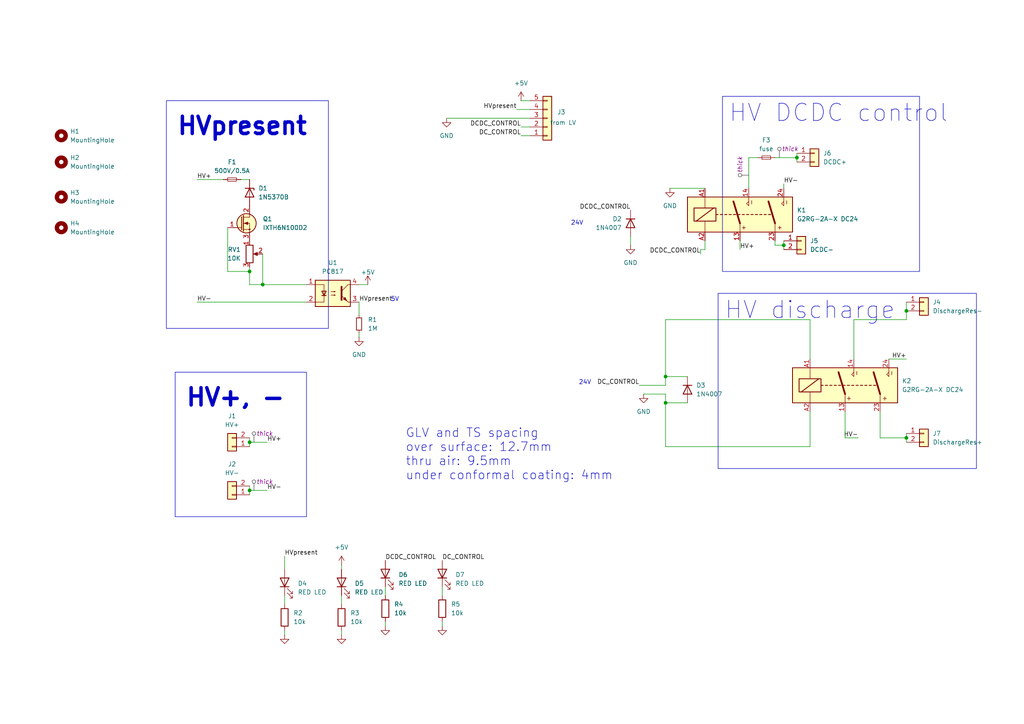
<source format=kicad_sch>
(kicad_sch (version 20231120) (generator "eeschema") (generator_version "8.0")
  (paper "A4")
  (title_block (title "HVB_HVLV_1") (date "2025-03-11") (rev "2.1") (company "NTURacing") (comment 1 "郭哲明 Jack Kuo") (comment 2 "Powertrain") (comment 3 "connecting TS and GLV in HV box"))
  (lib_symbols
    (symbol "Connector_Generic:Conn_01x02" (pin_names (offset 1.016) hide)
      (property "Reference" "J" (at 0 2.54 0))
      (property "Value" "Conn_01x02" (at 0 -5.08 0))
      (symbol "Conn_01x02_1_1"
        (rectangle (start -1.27 -2.413) (end 0 -2.667) (stroke (width 0.1524)))
        (rectangle (start -1.27 0.127) (end 0 -0.127) (stroke (width 0.1524)))
        (rectangle (start -1.27 1.27) (end 1.27 -3.81) (stroke (width 0.254)) (fill (type background)))
        (pin passive line (at -5.08 0 0) (length 3.81) (name "Pin_1") (number "1"))
        (pin passive line (at -5.08 -2.54 0) (length 3.81) (name "Pin_2") (number "2"))
      )
    )
    (symbol "Connector_Generic:Conn_01x05" (pin_names (offset 1.016) hide)
      (property "Reference" "J" (at 0 7.62 0))
      (property "Value" "Conn_01x05" (at 0 -7.62 0))
      (symbol "Conn_01x05_1_1"
        (rectangle (start -1.27 -4.953) (end 0 -5.207) (stroke (width 0.1524)))
        (rectangle (start -1.27 -2.413) (end 0 -2.667) (stroke (width 0.1524)))
        (rectangle (start -1.27 0.127) (end 0 -0.127) (stroke (width 0.1524)))
        (rectangle (start -1.27 2.667) (end 0 2.413) (stroke (width 0.1524)))
        (rectangle (start -1.27 5.207) (end 0 4.953) (stroke (width 0.1524)))
        (rectangle (start -1.27 6.35) (end 1.27 -6.35) (stroke (width 0.254)) (fill (type background)))
        (pin passive line (at -5.08 5.08 0) (length 3.81) (name "Pin_1") (number "1"))
        (pin passive line (at -5.08 2.54 0) (length 3.81) (name "Pin_2") (number "2"))
        (pin passive line (at -5.08 0 0) (length 3.81) (name "Pin_3") (number "3"))
        (pin passive line (at -5.08 -2.54 0) (length 3.81) (name "Pin_4") (number "4"))
        (pin passive line (at -5.08 -5.08 0) (length 3.81) (name "Pin_5") (number "5"))
      )
    )
    (symbol "Device:Fuse_Small" (pin_numbers hide) (pin_names (offset 0.254) hide)
      (property "Reference" "F" (at 0 -1.524 0))
      (property "Value" "Fuse_Small" (at 0 1.524 0))
      (symbol "Fuse_Small_0_1"
        (rectangle (start -1.27 0.508) (end 1.27 -0.508))
        (polyline (pts (xy -1.27 0) (xy 1.27 0)))
      )
      (symbol "Fuse_Small_1_1"
        (pin passive line (at -2.54 0 0) (length 1.27) (name "~") (number "1"))
        (pin passive line (at 2.54 0 180) (length 1.27) (name "~") (number "2"))
      )
    )
    (symbol "Device:LED" (pin_numbers hide) (pin_names (offset 1.016) hide)
      (property "Reference" "D" (at 0 2.54 0))
      (property "Value" "LED" (at 0 -2.54 0))
      (symbol "LED_0_1"
        (polyline (pts (xy -1.27 -1.27) (xy -1.27 1.27)) (stroke (width 0.254)))
        (polyline (pts (xy -1.27 0) (xy 1.27 0)))
        (polyline (pts (xy 1.27 -1.27) (xy 1.27 1.27) (xy -1.27 0) (xy 1.27 -1.27)) (stroke (width 0.254)))
        (polyline (pts (xy -3.048 -0.762) (xy -4.572 -2.286) (xy -3.81 -2.286) (xy -4.572 -2.286) (xy -4.572 -1.524)))
        (polyline (pts (xy -1.778 -0.762) (xy -3.302 -2.286) (xy -2.54 -2.286) (xy -3.302 -2.286) (xy -3.302 -1.524)))
      )
      (symbol "LED_1_1"
        (pin passive line (at -3.81 0 0) (length 2.54) (name "K") (number "1"))
        (pin passive line (at 3.81 0 180) (length 2.54) (name "A") (number "2"))
      )
    )
    (symbol "Device:R" (pin_numbers hide) (pin_names (offset 0))
      (property "Reference" "R" (at 2.032 0 90))
      (property "Value" "R" (at 0 0 90))
      (symbol "R_0_1"
        (rectangle (start -1.016 -2.54) (end 1.016 2.54) (stroke (width 0.254)))
      )
      (symbol "R_1_1"
        (pin passive line (at 0 3.81 270) (length 1.27) (name "~") (number "1"))
        (pin passive line (at 0 -3.81 90) (length 1.27) (name "~") (number "2"))
      )
    )
    (symbol "Device:R_Potentiometer" (pin_names (offset 1.016) hide)
      (property "Reference" "RV" (at -4.445 0 90))
      (property "Value" "R_Potentiometer" (at -2.54 0 90))
      (symbol "R_Potentiometer_0_1"
        (polyline (pts (xy 2.54 0) (xy 1.524 0)))
        (polyline (pts (xy 1.143 0) (xy 2.286 0.508) (xy 2.286 -0.508) (xy 1.143 0)) (fill (type outline)))
        (rectangle (start 1.016 2.54) (end -1.016 -2.54) (stroke (width 0.254)))
      )
      (symbol "R_Potentiometer_1_1"
        (pin passive line (at 0 3.81 270) (length 1.27) (name "1") (number "1"))
        (pin passive line (at 3.81 0 180) (length 1.27) (name "2") (number "2"))
        (pin passive line (at 0 -3.81 90) (length 1.27) (name "3") (number "3"))
      )
    )
    (symbol "Device:R_Small" (pin_numbers hide) (pin_names (offset 0.254) hide)
      (property "Reference" "R" (at 0.762 0.508 0))
      (property "Value" "R_Small" (at 0.762 -1.016 0))
      (symbol "R_Small_0_1"
        (rectangle (start -0.762 1.778) (end 0.762 -1.778) (stroke (width 0.2032)))
      )
      (symbol "R_Small_1_1"
        (pin passive line (at 0 2.54 270) (length 0.762) (name "~") (number "1"))
        (pin passive line (at 0 -2.54 90) (length 0.762) (name "~") (number "2"))
      )
    )
    (symbol "Diode:1N4007" (pin_numbers hide) (pin_names hide)
      (property "Reference" "D" (at 0 2.54 0))
      (property "Value" "1N4007" (at 0 -2.54 0))
      (symbol "1N4007_0_1"
        (polyline (pts (xy -1.27 1.27) (xy -1.27 -1.27)) (stroke (width 0.254)))
        (polyline (pts (xy 1.27 0) (xy -1.27 0)))
        (polyline (pts (xy 1.27 1.27) (xy 1.27 -1.27) (xy -1.27 0) (xy 1.27 1.27)) (stroke (width 0.254)))
      )
      (symbol "1N4007_1_1"
        (pin passive line (at -3.81 0 0) (length 2.54) (name "K") (number "1"))
        (pin passive line (at 3.81 0 180) (length 2.54) (name "A") (number "2"))
      )
    )
    (symbol "Diode:1N53xxB" (pin_numbers hide) (pin_names hide)
      (property "Reference" "D" (at 0 2.54 0))
      (property "Value" "1N53xxB" (at 0 -2.54 0))
      (symbol "1N53xxB_0_1"
        (polyline (pts (xy 1.27 0) (xy -1.27 0)))
        (polyline (pts (xy -1.27 -1.27) (xy -1.27 1.27) (xy -0.762 1.27)) (stroke (width 0.254)))
        (polyline (pts (xy 1.27 -1.27) (xy 1.27 1.27) (xy -1.27 0) (xy 1.27 -1.27)) (stroke (width 0.254)))
      )
      (symbol "1N53xxB_1_1"
        (pin passive line (at -3.81 0 0) (length 2.54) (name "K") (number "1"))
        (pin passive line (at 3.81 0 180) (length 2.54) (name "A") (number "2"))
      )
    )
    (symbol "Isolator:PC817" (pin_names (offset 1.016))
      (property "Reference" "U" (at -5.08 5.08 0))
      (property "Value" "PC817" (at 0 5.08 0))
      (symbol "PC817_0_1"
        (rectangle (start -5.08 3.81) (end 5.08 -3.81) (stroke (width 0.254)) (fill (type background)))
        (polyline (pts (xy -3.175 -0.635) (xy -1.905 -0.635)) (stroke (width 0.254)))
        (polyline (pts (xy 2.54 0.635) (xy 4.445 2.54)))
        (polyline (pts (xy 4.445 -2.54) (xy 2.54 -0.635)) (fill (type outline)))
        (polyline (pts (xy 4.445 -2.54) (xy 5.08 -2.54)))
        (polyline (pts (xy 4.445 2.54) (xy 5.08 2.54)))
        (polyline (pts (xy -5.08 2.54) (xy -2.54 2.54) (xy -2.54 -0.635)))
        (polyline (pts (xy -2.54 -0.635) (xy -2.54 -2.54) (xy -5.08 -2.54)))
        (polyline (pts (xy 2.54 1.905) (xy 2.54 -1.905) (xy 2.54 -1.905)) (stroke (width 0.508)))
        (polyline (pts (xy -2.54 -0.635) (xy -3.175 0.635) (xy -1.905 0.635) (xy -2.54 -0.635)) (stroke (width 0.254)))
        (polyline (pts (xy -0.508 -0.508) (xy 0.762 -0.508) (xy 0.381 -0.635) (xy 0.381 -0.381) (xy 0.762 -0.508)))
        (polyline (pts (xy -0.508 0.508) (xy 0.762 0.508) (xy 0.381 0.381) (xy 0.381 0.635) (xy 0.762 0.508)))
        (polyline (pts (xy 3.048 -1.651) (xy 3.556 -1.143) (xy 4.064 -2.159) (xy 3.048 -1.651) (xy 3.048 -1.651)) (fill (type outline)))
      )
      (symbol "PC817_1_1"
        (pin passive line (at -7.62 2.54 0) (length 2.54) (name "~") (number "1"))
        (pin passive line (at -7.62 -2.54 0) (length 2.54) (name "~") (number "2"))
        (pin passive line (at 7.62 -2.54 180) (length 2.54) (name "~") (number "3"))
        (pin passive line (at 7.62 2.54 180) (length 2.54) (name "~") (number "4"))
      )
    )
    (symbol "Mechanical:MountingHole" (pin_names (offset 1.016)) (exclude_from_sim yes) (in_bom no)
      (property "Reference" "H" (at 0 5.08 0))
      (property "Value" "MountingHole" (at 0 3.175 0))
      (symbol "MountingHole_0_1"
        (circle (center 0 0) (radius 1.27) (stroke (width 1.27)))
      )
    )
    (symbol "PCM_Transistor_MOSFET_AKL:IXTH6N100D2" (pin_names hide)
      (property "Reference" "Q" (at 5.08 1.27 0))
      (property "Value" "IXTH6N100D2" (at 5.08 -1.27 0))
      (symbol "IXTH6N100D2_0_1"
        (polyline (pts (xy 0.254 -1.27) (xy -2.54 -1.27)))
        (polyline (pts (xy 0.254 1.905) (xy 0.254 -1.905)) (stroke (width 0.254)))
        (polyline (pts (xy 0.762 -2.286) (xy 0.762 2.286)) (stroke (width 0.254)))
        (polyline (pts (xy 0.762 -1.778) (xy 2.54 -1.778)))
        (polyline (pts (xy 2.54 1.778) (xy 0.762 1.778)))
        (polyline (pts (xy 2.54 2.54) (xy 2.54 1.778)))
        (polyline (pts (xy 2.54 -2.54) (xy 2.54 0) (xy 0.762 0)))
        (polyline (pts (xy 1.016 0) (xy 2.032 0.381) (xy 2.032 -0.381) (xy 1.016 0)) (fill (type outline)))
        (circle (center 1.651 0) (radius 2.794) (stroke (width 0.254)) (fill (type background)))
        (circle (center 2.54 -1.778) (radius 0.1778) (fill (type outline)))
      )
      (symbol "IXTH6N100D2_1_1"
        (pin input line (at -3.81 -1.27 0) (length 2.54) (name "G") (number "1"))
        (pin passive line (at 2.54 5.08 270) (length 2.54) (name "D") (number "2"))
        (pin passive line (at 2.54 -5.08 90) (length 2.54) (name "S") (number "3"))
      )
    )
    (symbol "nturt_kicad_lib_EP6:G2RG-2A-X DC24"
      (property "Reference" "K" (at 16.51 3.81 0))
      (property "Value" "G2RG-2A-X DC24" (at 16.51 1.27 0))
      (symbol "G2RG-2A-X DC24_0_1"
        (rectangle (start -15.24 5.08) (end 15.24 -5.08) (stroke (width 0.254)) (fill (type background)))
        (rectangle (start -13.335 1.905) (end -6.985 -1.905) (stroke (width 0.254)))
        (polyline (pts (xy -12.7 -1.905) (xy -7.62 1.905)) (stroke (width 0.254)))
        (polyline (pts (xy -10.16 -5.08) (xy -10.16 -1.905)))
        (polyline (pts (xy -10.16 5.08) (xy -10.16 1.905)))
        (polyline (pts (xy -6.985 0) (xy -6.35 0)) (stroke (width 0.254)))
        (polyline (pts (xy -5.715 0) (xy -5.08 0)) (stroke (width 0.254)))
        (polyline (pts (xy -4.445 0) (xy -3.81 0)) (stroke (width 0.254)))
        (polyline (pts (xy -3.175 0) (xy -2.54 0)) (stroke (width 0.254)))
        (polyline (pts (xy -1.905 0) (xy -1.27 0)) (stroke (width 0.254)))
        (polyline (pts (xy -0.635 0) (xy 0 0)) (stroke (width 0.254)))
        (polyline (pts (xy 0 -2.54) (xy -1.905 3.81)) (stroke (width 0.508)))
        (polyline (pts (xy 0 -2.54) (xy 0 -5.08)))
        (polyline (pts (xy 0.635 0) (xy 1.27 0)) (stroke (width 0.254)))
        (polyline (pts (xy 1.905 0) (xy 2.54 0)) (stroke (width 0.254)))
        (polyline (pts (xy 3.175 0) (xy 3.81 0)) (stroke (width 0.254)))
        (polyline (pts (xy 4.445 0) (xy 5.08 0)) (stroke (width 0.254)))
        (polyline (pts (xy 5.715 0) (xy 6.35 0)) (stroke (width 0.254)))
        (polyline (pts (xy 6.985 0) (xy 7.62 0)) (stroke (width 0.254)))
        (polyline (pts (xy 8.255 0) (xy 8.89 0)) (stroke (width 0.254)))
        (polyline (pts (xy 10.16 -2.54) (xy 8.255 3.81)) (stroke (width 0.508)))
        (polyline (pts (xy 10.16 -2.54) (xy 10.16 -5.08)))
        (polyline (pts (xy 2.54 5.08) (xy 2.54 2.54) (xy 1.905 3.175) (xy 2.54 3.81)))
        (polyline (pts (xy 12.7 5.08) (xy 12.7 2.54) (xy 12.065 3.175) (xy 12.7 3.81)))
      )
      (symbol "G2RG-2A-X DC24_1_1"
        (text "+" (at 1.016 -3.81 900) (effects (font (size 1.27 1.27))))
        (text "+" (at 11.43 -3.81 900) (effects (font (size 1.27 1.27))))
        (text "-" (at 3.302 3.556 900) (effects (font (size 1.27 1.27))))
        (text "-" (at 13.462 3.556 900) (effects (font (size 1.27 1.27))))
        (pin passive line (at 0 -7.62 90) (length 2.54) (name "~") (number "13"))
        (pin passive line (at 2.54 7.62 270) (length 2.54) (name "~") (number "14"))
        (pin passive line (at 10.16 -7.62 90) (length 2.54) (name "~") (number "23"))
        (pin passive line (at 12.7 7.62 270) (length 2.54) (name "~") (number "24"))
        (pin passive line (at -10.16 7.62 270) (length 2.54) (name "~") (number "A1"))
        (pin passive line (at -10.16 -7.62 90) (length 2.54) (name "~") (number "A2"))
      )
    )
    (symbol "power:+5V" (power) (pin_numbers hide) (pin_names (offset 0) hide)
      (property "Value" "+5V" (at 0 3.556 0))
      (symbol "+5V_0_1"
        (polyline (pts (xy -0.762 1.27) (xy 0 2.54)))
        (polyline (pts (xy 0 0) (xy 0 2.54)))
        (polyline (pts (xy 0 2.54) (xy 0.762 1.27)))
      )
      (symbol "+5V_1_1"
        (pin power_in line (at 0 0 90) (length 0) (name "~") (number "1"))
      )
    )
    (symbol "power:GND" (power) (pin_numbers hide) (pin_names (offset 0) hide)
      (property "Value" "GND" (at 0 -3.81 0))
      (symbol "GND_0_1"
        (polyline (pts (xy 0 0) (xy 0 -1.27) (xy 1.27 -1.27) (xy 0 -2.54) (xy -1.27 -1.27) (xy 0 -1.27)))
      )
      (symbol "GND_1_1"
        (pin power_in line (at 0 0 270) (length 0) (name "~") (number "1"))
      )
    )
  )
  (junction (at 193.04 116.84))
  (junction (at 262.89 90.17))
  (junction (at 193.04 109.22))
  (junction (at 72.39 128.27))
  (junction (at 231.14 45.72))
  (junction (at 72.39 142.24))
  (junction (at 262.89 127))
  (junction (at 227.33 71.12))
  (junction (at 72.39 78.74))
  (junction (at 76.2 82.55))
  (wire (pts (xy 262.89 92.71) (xy 262.89 90.17)))
  (wire (pts (xy 227.33 69.85) (xy 227.33 71.12)))
  (wire (pts (xy 214.63 72.39) (xy 214.63 69.85)))
  (wire (pts (xy 231.14 45.72) (xy 231.14 46.99)))
  (wire (pts (xy 76.2 73.66) (xy 76.2 82.55)))
  (wire (pts (xy 76.2 82.55) (xy 88.9 82.55)))
  (wire (pts (xy 262.89 127) (xy 262.89 128.27)))
  (wire (pts (xy 203.2 73.66) (xy 203.2 72.39)))
  (wire (pts (xy 106.68 82.55) (xy 104.14 82.55)))
  (wire (pts (xy 193.04 111.76) (xy 185.42 111.76)))
  (wire (pts (xy 151.13 29.21) (xy 153.67 29.21)))
  (wire (pts (xy 104.14 97.79) (xy 104.14 96.52)))
  (wire (pts (xy 69.85 52.07) (xy 72.39 52.07)))
  (wire (pts (xy 72.39 128.27) (xy 72.39 129.54)))
  (wire (pts (xy 151.13 36.83) (xy 153.67 36.83)))
  (wire (pts (xy 72.39 82.55) (xy 72.39 78.74)))
  (wire (pts (xy 151.13 39.37) (xy 153.67 39.37)))
  (wire (pts (xy 72.39 142.24) (xy 72.39 143.51)))
  (wire (pts (xy 224.79 71.12) (xy 224.79 69.85)))
  (wire (pts (xy 193.04 114.3) (xy 193.04 116.84)))
  (wire (pts (xy 204.47 72.39) (xy 204.47 69.85)))
  (wire (pts (xy 255.27 119.38) (xy 255.27 127)))
  (wire (pts (xy 262.89 90.17) (xy 262.89 87.63)))
  (wire (pts (xy 203.2 72.39) (xy 204.47 72.39)))
  (wire (pts (xy 72.39 77.47) (xy 72.39 78.74)))
  (wire (pts (xy 82.55 184.15) (xy 82.55 182.88)))
  (wire (pts (xy 193.04 92.71) (xy 193.04 109.22)))
  (wire (pts (xy 66.04 78.74) (xy 72.39 78.74)))
  (wire (pts (xy 193.04 116.84) (xy 199.39 116.84)))
  (wire (pts (xy 262.89 104.14) (xy 257.81 104.14)))
  (wire (pts (xy 182.88 68.58) (xy 182.88 71.12)))
  (wire (pts (xy 128.27 172.72) (xy 128.27 170.18)))
  (wire (pts (xy 248.92 127) (xy 245.11 127)))
  (wire (pts (xy 57.15 52.07) (xy 64.77 52.07)))
  (wire (pts (xy 262.89 92.71) (xy 247.65 92.71)))
  (wire (pts (xy 72.39 127) (xy 72.39 128.27)))
  (wire (pts (xy 99.06 163.83) (xy 99.06 165.1)))
  (wire (pts (xy 99.06 184.15) (xy 99.06 182.88)))
  (wire (pts (xy 219.71 45.72) (xy 217.17 45.72)))
  (wire (pts (xy 234.95 92.71) (xy 234.95 104.14)))
  (wire (pts (xy 194.31 54.61) (xy 204.47 54.61)))
  (wire (pts (xy 245.11 127) (xy 245.11 119.38)))
  (wire (pts (xy 227.33 53.34) (xy 227.33 54.61)))
  (wire (pts (xy 247.65 92.71) (xy 247.65 104.14)))
  (wire (pts (xy 99.06 175.26) (xy 99.06 172.72)))
  (wire (pts (xy 227.33 71.12) (xy 227.33 72.39)))
  (wire (pts (xy 77.47 128.27) (xy 72.39 128.27)))
  (wire (pts (xy 234.95 129.54) (xy 234.95 119.38)))
  (wire (pts (xy 66.04 66.04) (xy 66.04 78.74)))
  (wire (pts (xy 77.47 142.24) (xy 72.39 142.24)))
  (wire (pts (xy 231.14 44.45) (xy 231.14 45.72)))
  (wire (pts (xy 262.89 127) (xy 255.27 127)))
  (wire (pts (xy 193.04 109.22) (xy 193.04 111.76)))
  (wire (pts (xy 72.39 140.97) (xy 72.39 142.24)))
  (wire (pts (xy 72.39 82.55) (xy 76.2 82.55)))
  (wire (pts (xy 193.04 109.22) (xy 199.39 109.22)))
  (wire (pts (xy 186.69 114.3) (xy 193.04 114.3)))
  (wire (pts (xy 82.55 175.26) (xy 82.55 172.72)))
  (wire (pts (xy 234.95 92.71) (xy 193.04 92.71)))
  (wire (pts (xy 149.86 31.75) (xy 153.67 31.75)))
  (wire (pts (xy 111.76 181.61) (xy 111.76 180.34)))
  (wire (pts (xy 128.27 181.61) (xy 128.27 180.34)))
  (wire (pts (xy 57.15 87.63) (xy 88.9 87.63)))
  (wire (pts (xy 262.89 125.73) (xy 262.89 127)))
  (wire (pts (xy 224.79 45.72) (xy 231.14 45.72)))
  (wire (pts (xy 82.55 161.29) (xy 82.55 165.1)))
  (wire (pts (xy 104.14 91.44) (xy 104.14 87.63)))
  (wire (pts (xy 129.54 34.29) (xy 153.67 34.29)))
  (wire (pts (xy 227.33 71.12) (xy 224.79 71.12)))
  (wire (pts (xy 111.76 172.72) (xy 111.76 170.18)))
  (wire (pts (xy 193.04 129.54) (xy 234.95 129.54)))
  (wire (pts (xy 217.17 45.72) (xy 217.17 54.61)))
  (wire (pts (xy 193.04 116.84) (xy 193.04 129.54)))
  (rectangle (start 208.28 85.09) (end 283.21 135.89))
  (rectangle (start 209.55 27.94) (end 266.7 78.74))
  (rectangle (start 48.26 29.21) (end 95.25 95.25))
  (rectangle (start 50.8 107.95) (end 88.9 149.86))
  (text "HVpresent" (at 51.054 39.624 0) (effects (font (size 5 5) (thickness 1) (bold yes)) (justify left bottom)))
  (text "HV DCDC control" (at 211.328 35.814 0) (effects (font (size 5 5)) (justify left bottom)))
  (text "24V" (at 167.386 64.77 0) (effects (font (size 1.27 1.27))))
  (text "24V" (at 169.672 110.998 0) (effects (font (size 1.27 1.27))))
  (text "5V" (at 114.554 86.868 0) (effects (font (size 1.27 1.27))))
  (text "HV discharge" (at 210.058 92.964 0) (effects (font (size 5 5)) (justify left bottom)))
  (text "HV+, -" (at 53.594 118.364 0) (effects (font (size 5 5) (thickness 1) (bold yes)) (justify left bottom)))
  (text "GLV and TS spacing\nover surface: 12.7mm\nthru air: 9.5mm\nunder conformal coating: 4mm" (at 117.602 124.206 0) (effects (font (size 2.54 2.54)) (justify left top)))
  (label "DCDC_CONTROL" (at 182.88 60.96 180))
  (label "DC_CONTROL" (at 128.27 162.56 0))
  (label "HVpresent" (at 82.55 161.29 0))
  (label "HV+" (at 77.47 128.27 0))
  (label "DCDC_CONTROL" (at 111.76 162.56 0))
  (label "DCDC_CONTROL" (at 203.2 73.66 180))
  (label "DC_CONTROL" (at 185.42 111.76 180))
  (label "HV+" (at 57.15 52.07 0))
  (label "HV-" (at 227.33 53.34 0))
  (label "HV-" (at 77.47 142.24 0))
  (label "HV-" (at 248.92 127 180))
  (label "HVpresent" (at 104.14 87.63 0))
  (label "HV+" (at 262.89 104.14 180))
  (label "HV-" (at 57.15 87.63 0))
  (label "HVpresent" (at 149.86 31.75 180))
  (label "DC_CONTROL" (at 151.13 39.37 180))
  (label "DCDC_CONTROL" (at 151.13 36.83 180))
  (label "HV+" (at 214.63 72.39 0))
  (netclass_flag "" (length 2.54) (shape round) (at 73.66 142.24 0) (property "Netclass" "thick" (at 74.3585 139.7 0) (effects (font (italic yes)) (justify left))))
  (netclass_flag "" (length 2.54) (shape round) (at 73.66 128.27 0) (property "Netclass" "thick" (at 74.3585 125.73 0) (effects (font (italic yes)) (justify left))))
  (netclass_flag "" (length 2.54) (shape round) (at 217.17 50.8 90) (property "Netclass" "thick" (at 214.63 50.1015 90) (effects (font (italic yes)) (justify left))))
  (netclass_flag "" (length 2.54) (shape round) (at 226.06 45.72 0) (property "Netclass" "thick" (at 226.7585 43.18 0) (effects (font (italic yes)) (justify left))))
  (symbol (lib_id "Mechanical:MountingHole") (at 17.78 57.15 0) (unit 1)
    (property "Reference" "H3" (at 20.32 55.88 0) (effects (justify left)))
    (property "Value" "MountingHole" (at 20.32 58.42 0) (effects (justify left)))
    (property "Footprint" "MountingHole:MountingHole_3.2mm_M3" (effects (hide yes)))
    (property "Description" "Mounting Hole without connection" (effects (hide yes)))
  )
  (symbol (lib_id "nturt_kicad_lib_EP6:G2RG-2A-X DC24") (at 245.11 111.76 0) (unit 1)
    (property "Reference" "K2" (at 261.62 110.49 0) (effects (justify left)))
    (property "Value" "G2RG-2A-X DC24" (at 261.62 113.03 0) (effects (justify left)))
    (property "Footprint" "Relay_THT:Relay_DPST_Omron_G2RL-2A" (effects (hide yes)))
    (property "Datasheet" "https://components.omron.com/us-en/sites/components.omron.com.us/files/datasheet_pdf/K333-E1.pdf" (effects (hide yes)))
    (property "Description" "Power Relay with 500 VDC 10 A  Switching Capacity (2-pole series  wiring with 3.0 mm contact gap)" (effects (hide yes)))
  )
  (symbol (lib_id "Diode:1N4007") (at 182.88 64.77 90) (mirror x) (unit 1)
    (property "Reference" "D2" (at 180.34 63.5 90) (effects (justify left)))
    (property "Value" "1N4007" (at 180.34 66.04 90) (effects (justify left)))
    (property "Footprint" "Diode_THT:D_DO-41_SOD81_P10.16mm_Horizontal" (effects (hide yes)))
    (property "Datasheet" "http://www.vishay.com/docs/88503/1n4001.pdf" (effects (hide yes)))
    (property "Description" "1000V 1A General Purpose Rectifier Diode, DO-41" (effects (hide yes)))
    (property "Sim.Device" "D" (effects (hide yes)))
    (property "Sim.Pins" "1=K 2=A" (effects (hide yes)))
  )
  (symbol (lib_id "power:GND") (at 111.76 181.61 0) (unit 1)
    (property "Reference" "#PWR011" (effects (hide yes)))
    (property "Value" "GND" (effects (hide yes)))
    (property "Description" "Power symbol creates a global label with name \"GND\" , ground" (effects (hide yes)))
  )
  (symbol (lib_id "Device:R") (at 99.06 179.07 0) (unit 1)
    (property "Reference" "R3" (at 101.6 177.8 0) (effects (justify left)))
    (property "Value" "10k" (at 101.6 180.34 0) (effects (justify left)))
    (property "Footprint" "Resistor_SMD:R_0603_1608Metric" (effects (hide yes)))
    (property "Description" "Resistor" (effects (hide yes)))
  )
  (symbol (lib_id "Connector_Generic:Conn_01x02") (at 232.41 69.85 0) (unit 1)
    (property "Reference" "J5" (at 234.95 69.85 0) (effects (justify left)))
    (property "Value" "DCDC-" (at 234.95 72.39 0) (effects (justify left)))
    (property "Footprint" "nturt_kicad_lib_EP6:HRS_DF33C-2P-3.3DSA" (effects (hide yes)))
    (property "Description" "Generic connector, single row, 01x02, script generated (kicad-library-utils/schlib/autogen/connector/)" (effects (hide yes)))
  )
  (symbol (lib_id "power:GND") (at 129.54 34.29 0) (mirror y) (unit 1)
    (property "Reference" "#PWR04" (effects (hide yes)))
    (property "Value" "GND" (at 129.54 39.37 0))
    (property "Description" "Power symbol creates a global label with name \"GND\" , ground" (effects (hide yes)))
  )
  (symbol (lib_id "Connector_Generic:Conn_01x02") (at 67.31 143.51 180) (unit 1)
    (property "Reference" "J2" (at 67.31 134.62 0))
    (property "Value" "HV-" (at 67.31 137.16 0))
    (property "Footprint" "nturt_kicad_lib_EP6:HRS_DF33C-2P-3.3DSA" (effects (hide yes)))
    (property "Description" "Generic connector, single row, 01x02, script generated (kicad-library-utils/schlib/autogen/connector/)" (effects (hide yes)))
  )
  (symbol (lib_id "Device:R") (at 128.27 176.53 0) (unit 1)
    (property "Reference" "R5" (at 130.81 175.26 0) (effects (justify left)))
    (property "Value" "10k" (at 130.81 177.8 0) (effects (justify left)))
    (property "Footprint" "Resistor_SMD:R_0603_1608Metric" (effects (hide yes)))
    (property "Description" "Resistor" (effects (hide yes)))
  )
  (symbol (lib_id "power:GND") (at 99.06 184.15 0) (unit 1)
    (property "Reference" "#PWR09" (effects (hide yes)))
    (property "Value" "GND" (effects (hide yes)))
    (property "Description" "Power symbol creates a global label with name \"GND\" , ground" (effects (hide yes)))
  )
  (symbol (lib_id "Connector_Generic:Conn_01x02") (at 267.97 125.73 0) (unit 1)
    (property "Reference" "J7" (at 270.51 125.73 0) (effects (justify left)))
    (property "Value" "DischargeRes+" (at 270.51 128.27 0) (effects (justify left)))
    (property "Footprint" "nturt_kicad_lib_EP6:HRS_DF33C-2P-3.3DSA" (effects (hide yes)))
    (property "Description" "Generic connector, single row, 01x02, script generated (kicad-library-utils/schlib/autogen/connector/)" (effects (hide yes)))
  )
  (symbol (lib_id "power:GND") (at 194.31 54.61 0) (mirror y) (unit 1)
    (property "Reference" "#PWR07" (effects (hide yes)))
    (property "Value" "GND" (at 194.31 59.69 0))
    (property "Description" "Power symbol creates a global label with name \"GND\" , ground" (effects (hide yes)))
  )
  (symbol (lib_id "Device:Fuse_Small") (at 67.31 52.07 180) (unit 1)
    (property "Reference" "F1" (at 67.31 46.99 0))
    (property "Value" "500V/0.5A" (at 67.31 49.53 0))
    (property "Footprint" "SamacSys_Parts_EP6:65600001009" (effects (hide yes)))
    (property "Description" "Fuse, small symbol" (effects (hide yes)))
    (property "Sim.Pins" "1=1 2=2" (effects (hide yes)))
    (property "Sim.Device" "SPICE" (effects (hide yes)))
    (property "Sim.Params" "X" (effects (hide yes)))
    (property "Indicator" "●" (effects (hide yes)))
    (property "Rating" "W" (effects (hide yes)))
  )
  (symbol (lib_id "Device:R") (at 82.55 179.07 0) (unit 1)
    (property "Reference" "R2" (at 85.09 177.8 0) (effects (justify left)))
    (property "Value" "10k" (at 85.09 180.34 0) (effects (justify left)))
    (property "Footprint" "Resistor_SMD:R_0603_1608Metric" (effects (hide yes)))
    (property "Description" "Resistor" (effects (hide yes)))
  )
  (symbol (lib_id "Isolator:PC817") (at 96.52 85.09 0) (unit 1)
    (property "Reference" "U1" (at 96.52 76.2 0))
    (property "Value" "PC817" (at 96.52 78.74 0))
    (property "Footprint" "Package_DIP:DIP-4_W7.62mm" (effects (hide yes)))
    (property "Datasheet" "http://www.soselectronic.cz/a_info/resource/d/pc817.pdf" (effects (hide yes)))
    (property "Description" "DC Optocoupler, Vce 35V, CTR 50-300%, DIP-4" (effects (hide yes)))
  )
  (symbol (lib_id "Device:R") (at 111.76 176.53 0) (unit 1)
    (property "Reference" "R4" (at 114.3 175.26 0) (effects (justify left)))
    (property "Value" "10k" (at 114.3 177.8 0) (effects (justify left)))
    (property "Footprint" "Resistor_SMD:R_0603_1608Metric" (effects (hide yes)))
    (property "Description" "Resistor" (effects (hide yes)))
  )
  (symbol (lib_id "Device:R_Potentiometer") (at 72.39 73.66 0) (unit 1)
    (property "Reference" "RV1" (at 69.85 72.39 0) (effects (justify right)))
    (property "Value" "10K" (at 69.85 74.93 0) (effects (justify right)))
    (property "Footprint" "nturt_kicad_lib_EP6:Throughhole Potentiometer 3296W" (effects (hide yes)))
    (property "Description" "Potentiometer" (effects (hide yes)))
  )
  (symbol (lib_id "Device:LED") (at 99.06 168.91 90) (unit 1)
    (property "Reference" "D5" (at 102.87 169.2275 90) (effects (justify right)))
    (property "Value" "RED LED" (at 102.87 171.7675 90) (effects (justify right)))
    (property "Footprint" "LED_SMD:LED_0603_1608Metric" (effects (hide yes)))
    (property "Description" "Light emitting diode" (effects (hide yes)))
  )
  (symbol (lib_id "power:GND") (at 186.69 114.3 0) (mirror y) (unit 1)
    (property "Reference" "#PWR05" (effects (hide yes)))
    (property "Value" "GND" (at 186.69 119.38 0))
    (property "Description" "Power symbol creates a global label with name \"GND\" , ground" (effects (hide yes)))
  )
  (symbol (lib_id "power:+5V") (at 99.06 163.83 0) (mirror y) (unit 1)
    (property "Reference" "#PWR010" (effects (hide yes)))
    (property "Value" "+5V" (at 99.06 158.75 0))
    (property "Description" "Power symbol creates a global label with name \"+5V\"" (effects (hide yes)))
  )
  (symbol (lib_id "Mechanical:MountingHole") (at 17.78 46.99 0) (unit 1)
    (property "Reference" "H2" (at 20.32 45.72 0) (effects (justify left)))
    (property "Value" "MountingHole" (at 20.32 48.26 0) (effects (justify left)))
    (property "Footprint" "MountingHole:MountingHole_3.2mm_M3" (effects (hide yes)))
    (property "Description" "Mounting Hole without connection" (effects (hide yes)))
  )
  (symbol (lib_id "nturt_kicad_lib_EP6:G2RG-2A-X DC24") (at 214.63 62.23 0) (unit 1)
    (property "Reference" "K1" (at 231.14 60.96 0) (effects (justify left)))
    (property "Value" "G2RG-2A-X DC24" (at 231.14 63.5 0) (effects (justify left)))
    (property "Footprint" "Relay_THT:Relay_DPST_Omron_G2RL-2A" (effects (hide yes)))
    (property "Datasheet" "https://components.omron.com/us-en/sites/components.omron.com.us/files/datasheet_pdf/K333-E1.pdf" (effects (hide yes)))
    (property "Description" "Power Relay with 500 VDC 10 A  Switching Capacity (2-pole series  wiring with 3.0 mm contact gap)" (effects (hide yes)))
  )
  (symbol (lib_id "Device:LED") (at 82.55 168.91 90) (unit 1)
    (property "Reference" "D4" (at 86.36 169.2275 90) (effects (justify right)))
    (property "Value" "RED LED" (at 86.36 171.7675 90) (effects (justify right)))
    (property "Footprint" "LED_SMD:LED_0603_1608Metric" (effects (hide yes)))
    (property "Description" "Light emitting diode" (effects (hide yes)))
  )
  (symbol (lib_id "Device:Fuse_Small") (at 222.25 45.72 180) (unit 1)
    (property "Reference" "F3" (at 222.25 40.64 0))
    (property "Value" "fuse" (at 222.25 43.18 0))
    (property "Footprint" "SamacSys_Parts_EP6:65600001009" (effects (hide yes)))
    (property "Description" "Fuse, small symbol" (effects (hide yes)))
    (property "Sim.Pins" "1=1 2=2" (effects (hide yes)))
    (property "Sim.Device" "SPICE" (effects (hide yes)))
    (property "Sim.Params" "X" (effects (hide yes)))
    (property "Indicator" "●" (effects (hide yes)))
    (property "Rating" "W" (effects (hide yes)))
  )
  (symbol (lib_id "Device:R_Small") (at 104.14 93.98 0) (unit 1)
    (property "Reference" "R1" (at 106.68 92.71 0) (effects (justify left)))
    (property "Value" "1M" (at 106.68 95.25 0) (effects (justify left)))
    (property "Footprint" "Resistor_SMD:R_0603_1608Metric" (effects (hide yes)))
    (property "Description" "Resistor, small symbol" (effects (hide yes)))
  )
  (symbol (lib_id "Diode:1N53xxB") (at 72.39 55.88 270) (unit 1)
    (property "Reference" "D1" (at 74.93 54.61 90) (effects (justify left)))
    (property "Value" "1N5370B" (at 74.93 57.15 90) (effects (justify left)))
    (property "Footprint" "Diode_THT:D_DO-201_P15.24mm_Horizontal" (effects (hide yes)))
    (property "Datasheet" "https://diotec.com/tl_files/diotec/files/pdf/datasheets/1n5345b.pdf" (effects (hide yes)))
    (property "Description" "5000mW Zener Diode, DO-201" (effects (hide yes)))
  )
  (symbol (lib_id "power:GND") (at 182.88 71.12 0) (mirror y) (unit 1)
    (property "Reference" "#PWR03" (effects (hide yes)))
    (property "Value" "GND" (at 182.88 76.2 0))
    (property "Description" "Power symbol creates a global label with name \"GND\" , ground" (effects (hide yes)))
  )
  (symbol (lib_id "Connector_Generic:Conn_01x02") (at 236.22 44.45 0) (unit 1)
    (property "Reference" "J6" (at 238.76 44.45 0) (effects (justify left)))
    (property "Value" "DCDC+" (at 238.76 46.99 0) (effects (justify left)))
    (property "Footprint" "nturt_kicad_lib_EP6:HRS_DF33C-2P-3.3DSA" (effects (hide yes)))
    (property "Description" "Generic connector, single row, 01x02, script generated (kicad-library-utils/schlib/autogen/connector/)" (effects (hide yes)))
  )
  (symbol (lib_id "Device:LED") (at 111.76 166.37 90) (unit 1)
    (property "Reference" "D6" (at 115.57 166.6875 90) (effects (justify right)))
    (property "Value" "RED LED" (at 115.57 169.2275 90) (effects (justify right)))
    (property "Footprint" "LED_SMD:LED_0603_1608Metric" (effects (hide yes)))
    (property "Description" "Light emitting diode" (effects (hide yes)))
  )
  (symbol (lib_id "power:+5V") (at 151.13 29.21 0) (mirror y) (unit 1)
    (property "Reference" "#PWR02" (effects (hide yes)))
    (property "Value" "+5V" (at 151.13 24.13 0))
    (property "Description" "Power symbol creates a global label with name \"+5V\"" (effects (hide yes)))
  )
  (symbol (lib_id "Connector_Generic:Conn_01x02") (at 267.97 87.63 0) (unit 1)
    (property "Reference" "J4" (at 270.51 87.63 0) (effects (justify left)))
    (property "Value" "DischargeRes-" (at 270.51 90.17 0) (effects (justify left)))
    (property "Footprint" "nturt_kicad_lib_EP6:HRS_DF33C-2P-3.3DSA" (effects (hide yes)))
    (property "Description" "Generic connector, single row, 01x02, script generated (kicad-library-utils/schlib/autogen/connector/)" (effects (hide yes)))
  )
  (symbol (lib_id "Device:LED") (at 128.27 166.37 90) (unit 1)
    (property "Reference" "D7" (at 132.08 166.6875 90) (effects (justify right)))
    (property "Value" "RED LED" (at 132.08 169.2275 90) (effects (justify right)))
    (property "Footprint" "LED_SMD:LED_0603_1608Metric" (effects (hide yes)))
    (property "Description" "Light emitting diode" (effects (hide yes)))
  )
  (symbol (lib_id "PCM_Transistor_MOSFET_AKL:IXTH6N100D2") (at 69.85 64.77 0) (unit 1)
    (property "Reference" "Q1" (at 76.2 63.5 0) (effects (justify left)))
    (property "Value" "IXTH6N100D2" (at 76.2 66.04 0) (effects (justify left)))
    (property "Footprint" "PCM_Package_TO_SOT_THT_AKL:TO-247-3_Vertical_GDS" (effects (hide yes)))
    (property "Datasheet" "https://www.tme.eu/Document/f8261b21cd0d48dda080c02a8593371c/IXTA%28H,P%296N100D2.pdf" (effects (hide yes)))
    (property "Description" "TO-247 N-MOSFET depletion mode transistor, 1000V, 6A, 300W, Alternate KiCAD Library" (effects (hide yes)))
  )
  (symbol (lib_id "power:GND") (at 128.27 181.61 0) (unit 1)
    (property "Reference" "#PWR012" (effects (hide yes)))
    (property "Value" "GND" (effects (hide yes)))
    (property "Description" "Power symbol creates a global label with name \"GND\" , ground" (effects (hide yes)))
  )
  (symbol (lib_id "Mechanical:MountingHole") (at 17.78 39.37 0) (unit 1)
    (property "Reference" "H1" (at 20.32 38.1 0) (effects (justify left)))
    (property "Value" "MountingHole" (at 20.32 40.64 0) (effects (justify left)))
    (property "Footprint" "MountingHole:MountingHole_3.2mm_M3" (effects (hide yes)))
    (property "Description" "Mounting Hole without connection" (effects (hide yes)))
  )
  (symbol (lib_id "power:GND") (at 82.55 184.15 0) (unit 1)
    (property "Reference" "#PWR08" (effects (hide yes)))
    (property "Value" "GND" (effects (hide yes)))
    (property "Description" "Power symbol creates a global label with name \"GND\" , ground" (effects (hide yes)))
  )
  (symbol (lib_id "Connector_Generic:Conn_01x05") (at 158.75 34.29 0) (mirror x) (unit 1)
    (property "Reference" "J3" (at 162.814 32.512 0))
    (property "Value" "from LV" (at 163.322 35.56 0))
    (property "Footprint" "Connector_JST:JST_XH_B5B-XH-A_1x05_P2.50mm_Vertical" (effects (hide yes)))
    (property "Description" "Generic connector, single row, 01x05, script generated (kicad-library-utils/schlib/autogen/connector/)" (effects (hide yes)))
  )
  (symbol (lib_id "power:+5V") (at 106.68 82.55 0) (unit 1)
    (property "Reference" "#PWR01" (effects (hide yes)))
    (property "Value" "+5V" (at 106.68 78.9742 0))
    (property "Description" "Power symbol creates a global label with name \"+5V\"" (effects (hide yes)))
  )
  (symbol (lib_id "power:GND") (at 104.14 97.79 0) (mirror y) (unit 1)
    (property "Reference" "#PWR06" (effects (hide yes)))
    (property "Value" "GND" (at 104.14 102.87 0))
    (property "Description" "Power symbol creates a global label with name \"GND\" , ground" (effects (hide yes)))
  )
  (symbol (lib_id "Connector_Generic:Conn_01x02") (at 67.31 129.54 180) (unit 1)
    (property "Reference" "J1" (at 67.31 120.65 0))
    (property "Value" "HV+" (at 67.31 123.19 0))
    (property "Footprint" "nturt_kicad_lib_EP6:HRS_DF33C-2P-3.3DSA" (effects (hide yes)))
    (property "Description" "Generic connector, single row, 01x02, script generated (kicad-library-utils/schlib/autogen/connector/)" (effects (hide yes)))
  )
  (symbol (lib_id "Mechanical:MountingHole") (at 17.78 66.04 0) (unit 1)
    (property "Reference" "H4" (at 20.32 64.77 0) (effects (justify left)))
    (property "Value" "MountingHole" (at 20.32 67.31 0) (effects (justify left)))
    (property "Footprint" "MountingHole:MountingHole_3.2mm_M3" (effects (hide yes)))
    (property "Description" "Mounting Hole without connection" (effects (hide yes)))
  )
  (symbol (lib_id "Diode:1N4007") (at 199.39 113.03 270) (unit 1)
    (property "Reference" "D3" (at 201.93 111.76 90) (effects (justify left)))
    (property "Value" "1N4007" (at 201.93 114.3 90) (effects (justify left)))
    (property "Footprint" "Diode_THT:D_DO-41_SOD81_P10.16mm_Horizontal" (effects (hide yes)))
    (property "Datasheet" "http://www.vishay.com/docs/88503/1n4001.pdf" (effects (hide yes)))
    (property "Description" "1000V 1A General Purpose Rectifier Diode, DO-41" (effects (hide yes)))
    (property "Sim.Device" "D" (effects (hide yes)))
    (property "Sim.Pins" "1=K 2=A" (effects (hide yes)))
  )
)
</source>
